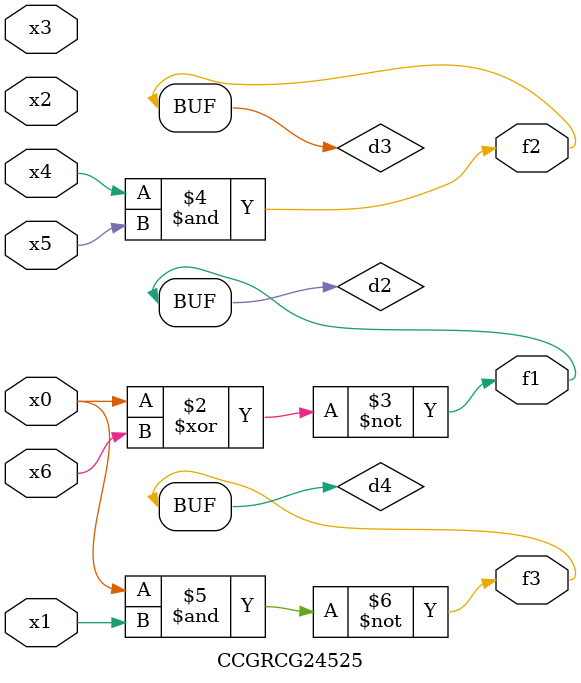
<source format=v>
module CCGRCG24525(
	input x0, x1, x2, x3, x4, x5, x6,
	output f1, f2, f3
);

	wire d1, d2, d3, d4;

	nor (d1, x0);
	xnor (d2, x0, x6);
	and (d3, x4, x5);
	nand (d4, x0, x1);
	assign f1 = d2;
	assign f2 = d3;
	assign f3 = d4;
endmodule

</source>
